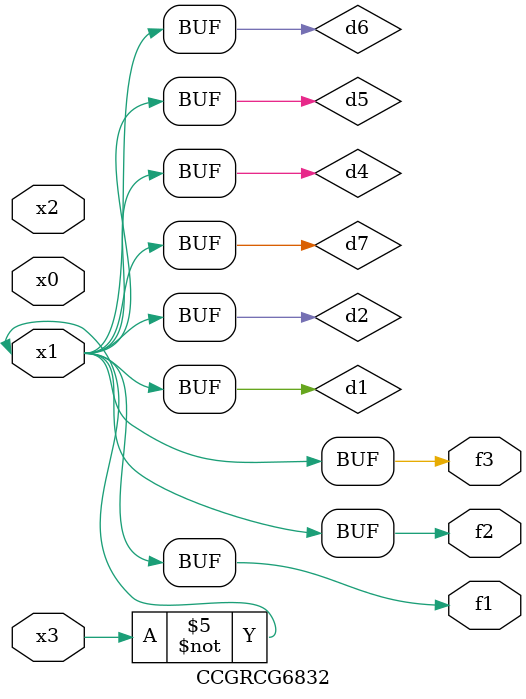
<source format=v>
module CCGRCG6832(
	input x0, x1, x2, x3,
	output f1, f2, f3
);

	wire d1, d2, d3, d4, d5, d6, d7;

	not (d1, x3);
	buf (d2, x1);
	xnor (d3, d1, d2);
	nor (d4, d1);
	buf (d5, d1, d2);
	buf (d6, d4, d5);
	nand (d7, d4);
	assign f1 = d6;
	assign f2 = d7;
	assign f3 = d6;
endmodule

</source>
